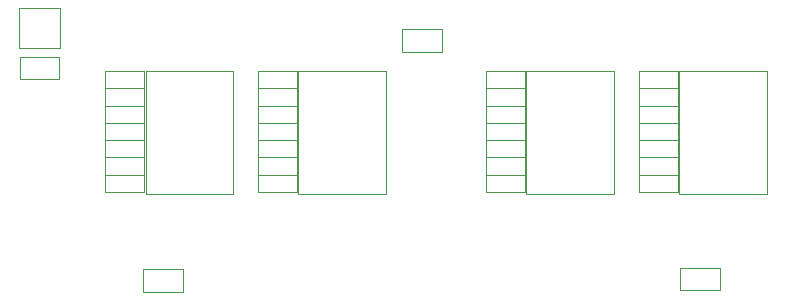
<source format=gbr>
G04 #@! TF.GenerationSoftware,KiCad,Pcbnew,(5.1.5)-2*
G04 #@! TF.CreationDate,2020-04-10T10:41:53+07:00*
G04 #@! TF.ProjectId,KIT_7SegLED_74HC595,4b49545f-3753-4656-974c-45445f373448,rev?*
G04 #@! TF.SameCoordinates,Original*
G04 #@! TF.FileFunction,Other,User*
%FSLAX46Y46*%
G04 Gerber Fmt 4.6, Leading zero omitted, Abs format (unit mm)*
G04 Created by KiCad (PCBNEW (5.1.5)-2) date 2020-04-10 10:41:53*
%MOMM*%
%LPD*%
G04 APERTURE LIST*
%ADD10C,0.050000*%
G04 APERTURE END LIST*
D10*
X143917400Y-38093900D02*
X143917400Y-39553900D01*
X143917400Y-39553900D02*
X147217400Y-39553900D01*
X147217400Y-39553900D02*
X147217400Y-38093900D01*
X147217400Y-38093900D02*
X143917400Y-38093900D01*
X147231400Y-38093400D02*
X147231400Y-36633400D01*
X147231400Y-36633400D02*
X143931400Y-36633400D01*
X143931400Y-36633400D02*
X143931400Y-38093400D01*
X143931400Y-38093400D02*
X147231400Y-38093400D01*
X147231400Y-45396400D02*
X143931400Y-45396400D01*
X147231400Y-46856400D02*
X147231400Y-45396400D01*
X143931400Y-46856400D02*
X147231400Y-46856400D01*
X143931400Y-45396400D02*
X143931400Y-46856400D01*
X143917400Y-43935900D02*
X143917400Y-45395900D01*
X143917400Y-45395900D02*
X147217400Y-45395900D01*
X147217400Y-45395900D02*
X147217400Y-43935900D01*
X147217400Y-43935900D02*
X143917400Y-43935900D01*
X147217400Y-42475400D02*
X143917400Y-42475400D01*
X147217400Y-43935400D02*
X147217400Y-42475400D01*
X143917400Y-43935400D02*
X147217400Y-43935400D01*
X143917400Y-42475400D02*
X143917400Y-43935400D01*
X143917400Y-41014900D02*
X143917400Y-42474900D01*
X143917400Y-42474900D02*
X147217400Y-42474900D01*
X147217400Y-42474900D02*
X147217400Y-41014900D01*
X147217400Y-41014900D02*
X143917400Y-41014900D01*
X147217400Y-39554400D02*
X143917400Y-39554400D01*
X147217400Y-41014400D02*
X147217400Y-39554400D01*
X143917400Y-41014400D02*
X147217400Y-41014400D01*
X143917400Y-39554400D02*
X143917400Y-41014400D01*
X154726900Y-47008400D02*
X147326900Y-47008400D01*
X154726900Y-36608400D02*
X154726900Y-47008400D01*
X147326900Y-36608400D02*
X154726900Y-36608400D01*
X147326900Y-47008400D02*
X147326900Y-36608400D01*
X156869101Y-38092799D02*
X160169101Y-38092799D01*
X156869101Y-36632799D02*
X156869101Y-38092799D01*
X160169101Y-36632799D02*
X156869101Y-36632799D01*
X160169101Y-38092799D02*
X160169101Y-36632799D01*
X156869101Y-45395799D02*
X156869101Y-46855799D01*
X156869101Y-46855799D02*
X160169101Y-46855799D01*
X160169101Y-46855799D02*
X160169101Y-45395799D01*
X160169101Y-45395799D02*
X156869101Y-45395799D01*
X160155101Y-43935299D02*
X156855101Y-43935299D01*
X160155101Y-45395299D02*
X160155101Y-43935299D01*
X156855101Y-45395299D02*
X160155101Y-45395299D01*
X156855101Y-43935299D02*
X156855101Y-45395299D01*
X156855101Y-42474799D02*
X156855101Y-43934799D01*
X156855101Y-43934799D02*
X160155101Y-43934799D01*
X160155101Y-43934799D02*
X160155101Y-42474799D01*
X160155101Y-42474799D02*
X156855101Y-42474799D01*
X160155101Y-41014299D02*
X156855101Y-41014299D01*
X160155101Y-42474299D02*
X160155101Y-41014299D01*
X156855101Y-42474299D02*
X160155101Y-42474299D01*
X156855101Y-41014299D02*
X156855101Y-42474299D01*
X156855101Y-39553799D02*
X156855101Y-41013799D01*
X156855101Y-41013799D02*
X160155101Y-41013799D01*
X160155101Y-41013799D02*
X160155101Y-39553799D01*
X160155101Y-39553799D02*
X156855101Y-39553799D01*
X160155101Y-38093299D02*
X156855101Y-38093299D01*
X160155101Y-39553299D02*
X160155101Y-38093299D01*
X156855101Y-39553299D02*
X160155101Y-39553299D01*
X156855101Y-38093299D02*
X156855101Y-39553299D01*
X167664601Y-47007799D02*
X160264601Y-47007799D01*
X167664601Y-36607799D02*
X167664601Y-47007799D01*
X160264601Y-36607799D02*
X167664601Y-36607799D01*
X160264601Y-47007799D02*
X160264601Y-36607799D01*
X176173101Y-38092799D02*
X179473101Y-38092799D01*
X176173101Y-36632799D02*
X176173101Y-38092799D01*
X179473101Y-36632799D02*
X176173101Y-36632799D01*
X179473101Y-38092799D02*
X179473101Y-36632799D01*
X176173101Y-45395799D02*
X176173101Y-46855799D01*
X176173101Y-46855799D02*
X179473101Y-46855799D01*
X179473101Y-46855799D02*
X179473101Y-45395799D01*
X179473101Y-45395799D02*
X176173101Y-45395799D01*
X179459101Y-43935299D02*
X176159101Y-43935299D01*
X179459101Y-45395299D02*
X179459101Y-43935299D01*
X176159101Y-45395299D02*
X179459101Y-45395299D01*
X176159101Y-43935299D02*
X176159101Y-45395299D01*
X176159101Y-42474799D02*
X176159101Y-43934799D01*
X176159101Y-43934799D02*
X179459101Y-43934799D01*
X179459101Y-43934799D02*
X179459101Y-42474799D01*
X179459101Y-42474799D02*
X176159101Y-42474799D01*
X179459101Y-41014299D02*
X176159101Y-41014299D01*
X179459101Y-42474299D02*
X179459101Y-41014299D01*
X176159101Y-42474299D02*
X179459101Y-42474299D01*
X176159101Y-41014299D02*
X176159101Y-42474299D01*
X176159101Y-39553799D02*
X176159101Y-41013799D01*
X176159101Y-41013799D02*
X179459101Y-41013799D01*
X179459101Y-41013799D02*
X179459101Y-39553799D01*
X179459101Y-39553799D02*
X176159101Y-39553799D01*
X179459101Y-38093299D02*
X176159101Y-38093299D01*
X179459101Y-39553299D02*
X179459101Y-38093299D01*
X176159101Y-39553299D02*
X179459101Y-39553299D01*
X176159101Y-38093299D02*
X176159101Y-39553299D01*
X192424001Y-38092799D02*
X192424001Y-36632799D01*
X192424001Y-36632799D02*
X189124001Y-36632799D01*
X189124001Y-36632799D02*
X189124001Y-38092799D01*
X189124001Y-38092799D02*
X192424001Y-38092799D01*
X192424001Y-45395799D02*
X189124001Y-45395799D01*
X192424001Y-46855799D02*
X192424001Y-45395799D01*
X189124001Y-46855799D02*
X192424001Y-46855799D01*
X189124001Y-45395799D02*
X189124001Y-46855799D01*
X189110001Y-43935299D02*
X189110001Y-45395299D01*
X189110001Y-45395299D02*
X192410001Y-45395299D01*
X192410001Y-45395299D02*
X192410001Y-43935299D01*
X192410001Y-43935299D02*
X189110001Y-43935299D01*
X192410001Y-42474799D02*
X189110001Y-42474799D01*
X192410001Y-43934799D02*
X192410001Y-42474799D01*
X189110001Y-43934799D02*
X192410001Y-43934799D01*
X189110001Y-42474799D02*
X189110001Y-43934799D01*
X189110001Y-41014299D02*
X189110001Y-42474299D01*
X189110001Y-42474299D02*
X192410001Y-42474299D01*
X192410001Y-42474299D02*
X192410001Y-41014299D01*
X192410001Y-41014299D02*
X189110001Y-41014299D01*
X192410001Y-39553799D02*
X189110001Y-39553799D01*
X192410001Y-41013799D02*
X192410001Y-39553799D01*
X189110001Y-41013799D02*
X192410001Y-41013799D01*
X189110001Y-39553799D02*
X189110001Y-41013799D01*
X189110001Y-38093299D02*
X189110001Y-39553299D01*
X189110001Y-39553299D02*
X192410001Y-39553299D01*
X192410001Y-39553299D02*
X192410001Y-38093299D01*
X192410001Y-38093299D02*
X189110001Y-38093299D01*
X186968601Y-47007799D02*
X179568601Y-47007799D01*
X186968601Y-36607799D02*
X186968601Y-47007799D01*
X179568601Y-36607799D02*
X186968601Y-36607799D01*
X179568601Y-47007799D02*
X179568601Y-36607799D01*
X192519501Y-47007799D02*
X192519501Y-36607799D01*
X192519501Y-36607799D02*
X199919501Y-36607799D01*
X199919501Y-36607799D02*
X199919501Y-47007799D01*
X199919501Y-47007799D02*
X192519501Y-47007799D01*
X172431500Y-33111400D02*
X169071500Y-33111400D01*
X172431500Y-35011400D02*
X172431500Y-33111400D01*
X169071500Y-35011400D02*
X172431500Y-35011400D01*
X169071500Y-33111400D02*
X169071500Y-35011400D01*
X140116500Y-34656500D02*
X140116500Y-31256500D01*
X140116500Y-31256500D02*
X136616500Y-31256500D01*
X136616500Y-31256500D02*
X136616500Y-34656500D01*
X136616500Y-34656500D02*
X140116500Y-34656500D01*
X150460500Y-55306000D02*
X150460500Y-53406000D01*
X150460500Y-53406000D02*
X147100500Y-53406000D01*
X147100500Y-53406000D02*
X147100500Y-55306000D01*
X147100500Y-55306000D02*
X150460500Y-55306000D01*
X195926500Y-53279000D02*
X192566500Y-53279000D01*
X195926500Y-55179000D02*
X195926500Y-53279000D01*
X192566500Y-55179000D02*
X195926500Y-55179000D01*
X192566500Y-53279000D02*
X192566500Y-55179000D01*
X140031500Y-37335500D02*
X140031500Y-35435500D01*
X140031500Y-35435500D02*
X136671500Y-35435500D01*
X136671500Y-35435500D02*
X136671500Y-37335500D01*
X136671500Y-37335500D02*
X140031500Y-37335500D01*
M02*

</source>
